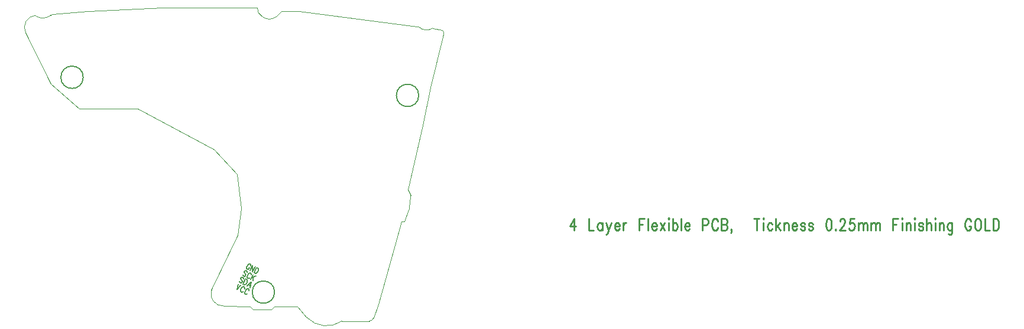
<source format=gbr>
*
*
G04 PADS 9.4.1 Build Number: 494907 generated Gerber (RS-274-X) file*
G04 PC Version=2.1*
*
%IN "MMSP_L_1.pcb"*%
*
%MOIN*%
*
%FSLAX35Y35*%
*
*
*
*
G04 PC Standard Apertures*
*
*
G04 Thermal Relief Aperture macro.*
%AMTER*
1,1,$1,0,0*
1,0,$1-$2,0,0*
21,0,$3,$4,0,0,45*
21,0,$3,$4,0,0,135*
%
*
*
G04 Annular Aperture macro.*
%AMANN*
1,1,$1,0,0*
1,0,$2,0,0*
%
*
*
G04 Odd Aperture macro.*
%AMODD*
1,1,$1,0,0*
1,0,$1-0.005,0,0*
%
*
*
G04 PC Custom Aperture Macros*
*
*
*
*
*
*
G04 PC Aperture Table*
*
%ADD010C,0.001*%
%ADD016C,0.01*%
%ADD018C,0.00787*%
%ADD041C,0.006*%
*
*
*
*
G04 PC Circuitry*
G04 Layer Name MMSP_L_1.pcb - circuitry*
%LPD*%
*
*
G04 PC Custom Flashes*
G04 Layer Name MMSP_L_1.pcb - flashes*
%LPD*%
*
*
G04 PC Circuitry*
G04 Layer Name MMSP_L_1.pcb - circuitry*
%LPD*%
*
G54D10*
G01X1084338Y879416D02*
G75*
G03X1091450Y870727I6795J-1694D01*
G01X1084337Y879411D02*
X1084469Y879661D01*
X1084449Y879640*
X1099338Y910590*
X1101338Y925590*
X1099000Y945000*
X1086000Y959000*
X1043000Y982000*
X1010098*
X994098Y996000*
X979772Y1024917*
X985282Y1034748D02*
G03X979774Y1024913I607J-6800D01*
G01X985288Y1034748D02*
X985335Y1034744D01*
X986024Y1034055*
X986021Y1034056D02*
G03X994094Y1034883I3373J6886D01*
G01X994091Y1034881D02*
X994565Y1035356D01*
X1015000Y1037000*
X1057000Y1039000*
X1110433*
G03X1113187Y1034052I5045J-433*
G01X1113191Y1034049D02*
G03X1121065I3937J4610D01*
G01X1121067Y1034051D02*
X1124016Y1037000D01*
X1134000*
X1200197Y1028298*
X1201353*
G03X1209173Y1027455I4431J4416*
G01X1209174D02*
X1209247Y1027530D01*
X1214758Y1026365*
X1215407Y1024033D02*
G03X1214757Y1026366I-2399J589D01*
G01X1215407Y1024032D02*
X1208068Y994095D01*
X1203663Y972687*
X1195353Y936537*
X1196877Y932972*
X1193429Y918301D02*
G03X1196877Y932946I-27976J14316D01*
G01X1193432Y918307D02*
X1191535D01*
X1188000Y905000*
X1178563Y871588*
X1175919Y863986*
X1173588Y862205D02*
G03X1175920Y863988I-330J2848D01*
G01X1173585Y862205D02*
X1158055D01*
X1138351Y864223D02*
G03X1158054Y862204I11040J10587D01*
G01X1138356Y864218D02*
X1132826Y870374D01*
X1120079*
X1118356Y868651*
X1108071*
X1106275Y870448*
X1091453Y870727*
G54D16*
X1288887Y919948D02*
X1286614Y915573D01*
X1290023*
X1288887Y919948D02*
Y913386D01*
X1297296Y919948D02*
Y913386D01*
X1300023*
X1304796Y917761D02*
Y913386D01*
Y916823D02*
X1304341Y917448D01*
X1303887Y917761*
X1303205*
X1302751Y917448*
X1302296Y916823*
X1302069Y915886*
Y915261*
X1302296Y914323*
X1302751Y913698*
X1303205Y913386*
X1303887*
X1304341Y913698*
X1304796Y914323*
X1307069Y917761D02*
X1308432Y913386D01*
X1309796Y917761D02*
X1308432Y913386D01*
X1307978Y912136*
X1307523Y911511*
X1307069Y911198*
X1306841*
X1311841Y915886D02*
X1314569D01*
Y916511*
X1314341Y917136*
X1314114Y917448*
X1313660Y917761*
X1312978*
X1312523Y917448*
X1312069Y916823*
X1311841Y915886*
Y915261*
X1312069Y914323*
X1312523Y913698*
X1312978Y913386*
X1313660*
X1314114Y913698*
X1314569Y914323*
X1316614Y917761D02*
Y913386D01*
Y915886D02*
X1316841Y916823D01*
X1317296Y917448*
X1317751Y917761*
X1318432*
X1325705Y919948D02*
Y913386D01*
Y919948D02*
X1328660D01*
X1325705Y916823D02*
X1327523D01*
X1330705Y919948D02*
Y913386D01*
X1332751Y915886D02*
X1335478D01*
Y916511*
X1335251Y917136*
X1335023Y917448*
X1334569Y917761*
X1333887*
X1333432Y917448*
X1332978Y916823*
X1332751Y915886*
Y915261*
X1332978Y914323*
X1333432Y913698*
X1333887Y913386*
X1334569*
X1335023Y913698*
X1335478Y914323*
X1337523Y917761D02*
X1340023Y913386D01*
Y917761D02*
X1337523Y913386D01*
X1342069Y919948D02*
X1342296Y919636D01*
X1342523Y919948*
X1342296Y920261*
X1342069Y919948*
X1342296Y917761D02*
Y913386D01*
X1344569Y919948D02*
Y913386D01*
Y916823D02*
X1345023Y917448D01*
X1345478Y917761*
X1346160*
X1346614Y917448*
X1347069Y916823*
X1347296Y915886*
Y915261*
X1347069Y914323*
X1346614Y913698*
X1346160Y913386*
X1345478*
X1345023Y913698*
X1344569Y914323*
X1349341Y919948D02*
Y913386D01*
X1351387Y915886D02*
X1354114D01*
Y916511*
X1353887Y917136*
X1353660Y917448*
X1353205Y917761*
X1352523*
X1352069Y917448*
X1351614Y916823*
X1351387Y915886*
Y915261*
X1351614Y914323*
X1352069Y913698*
X1352523Y913386*
X1353205*
X1353660Y913698*
X1354114Y914323*
X1361387Y919948D02*
Y913386D01*
Y919948D02*
X1363432D01*
X1364114Y919636*
X1364341Y919323*
X1364569Y918698*
Y917761*
X1364341Y917136*
X1364114Y916823*
X1363432Y916511*
X1361387*
X1370023Y918386D02*
X1369796Y919011D01*
X1369341Y919636*
X1368887Y919948*
X1367978*
X1367523Y919636*
X1367069Y919011*
X1366841Y918386*
X1366614Y917448*
Y915886*
X1366841Y914948*
X1367069Y914323*
X1367523Y913698*
X1367978Y913386*
X1368887*
X1369341Y913698*
X1369796Y914323*
X1370023Y914948*
X1372069Y919948D02*
Y913386D01*
Y919948D02*
X1374114D01*
X1374796Y919636*
X1375023Y919323*
X1375251Y918698*
Y918073*
X1375023Y917448*
X1374796Y917136*
X1374114Y916823*
X1372069D02*
X1374114D01*
X1374796Y916511*
X1375023Y916198*
X1375251Y915573*
Y914636*
X1375023Y914011*
X1374796Y913698*
X1374114Y913386*
X1372069*
X1377751Y913698D02*
X1377523Y913386D01*
X1377296Y913698*
X1377523Y914011*
X1377751Y913698*
Y913073*
X1377523Y912448*
X1377296Y912136*
X1391841Y919948D02*
Y913386D01*
X1390251Y919948D02*
X1393432D01*
X1395478D02*
X1395705Y919636D01*
X1395932Y919948*
X1395705Y920261*
X1395478Y919948*
X1395705Y917761D02*
Y913386D01*
X1400705Y916823D02*
X1400251Y917448D01*
X1399796Y917761*
X1399114*
X1398660Y917448*
X1398205Y916823*
X1397978Y915886*
Y915261*
X1398205Y914323*
X1398660Y913698*
X1399114Y913386*
X1399796*
X1400251Y913698*
X1400705Y914323*
X1402751Y919948D02*
Y913386D01*
X1405023Y917761D02*
X1402751Y914636D01*
X1403660Y915886D02*
X1405251Y913386D01*
X1407296Y917761D02*
Y913386D01*
Y916511D02*
X1407978Y917448D01*
X1408432Y917761*
X1409114*
X1409569Y917448*
X1409796Y916511*
Y913386*
X1411841Y915886D02*
X1414569D01*
Y916511*
X1414341Y917136*
X1414114Y917448*
X1413660Y917761*
X1412978*
X1412523Y917448*
X1412069Y916823*
X1411841Y915886*
Y915261*
X1412069Y914323*
X1412523Y913698*
X1412978Y913386*
X1413660*
X1414114Y913698*
X1414569Y914323*
X1419114Y916823D02*
X1418887Y917448D01*
X1418205Y917761*
X1417523*
X1416841Y917448*
X1416614Y916823*
X1416841Y916198*
X1417296Y915886*
X1418432Y915573*
X1418887Y915261*
X1419114Y914636*
Y914323*
X1418887Y913698*
X1418205Y913386*
X1417523*
X1416841Y913698*
X1416614Y914323*
X1423660Y916823D02*
X1423432Y917448D01*
X1422751Y917761*
X1422069*
X1421387Y917448*
X1421160Y916823*
X1421387Y916198*
X1421841Y915886*
X1422978Y915573*
X1423432Y915261*
X1423660Y914636*
Y914323*
X1423432Y913698*
X1422751Y913386*
X1422069*
X1421387Y913698*
X1421160Y914323*
X1432296Y919948D02*
X1431614Y919636D01*
X1431160Y918698*
X1430932Y917136*
Y916198*
X1431160Y914636*
X1431614Y913698*
X1432296Y913386*
X1432751*
X1433432Y913698*
X1433887Y914636*
X1434114Y916198*
Y917136*
X1433887Y918698*
X1433432Y919636*
X1432751Y919948*
X1432296*
X1436387Y914011D02*
X1436160Y913698D01*
X1436387Y913386*
X1436614Y913698*
X1436387Y914011*
X1438887Y918386D02*
Y918698D01*
X1439114Y919323*
X1439341Y919636*
X1439796Y919948*
X1440705*
X1441160Y919636*
X1441387Y919323*
X1441614Y918698*
Y918073*
X1441387Y917448*
X1440932Y916511*
X1438660Y913386*
X1441841*
X1446841Y919948D02*
X1444569D01*
X1444341Y917136*
X1444569Y917448*
X1445251Y917761*
X1445932*
X1446614Y917448*
X1447069Y916823*
X1447296Y915886*
X1447069Y915261*
X1446841Y914323*
X1446387Y913698*
X1445705Y913386*
X1445023*
X1444341Y913698*
X1444114Y914011*
X1443887Y914636*
X1449341Y917761D02*
Y913386D01*
Y916511D02*
X1450023Y917448D01*
X1450478Y917761*
X1451160*
X1451614Y917448*
X1451841Y916511*
Y913386*
Y916511D02*
X1452523Y917448D01*
X1452978Y917761*
X1453660*
X1454114Y917448*
X1454341Y916511*
Y913386*
X1456387Y917761D02*
Y913386D01*
Y916511D02*
X1457069Y917448D01*
X1457523Y917761*
X1458205*
X1458660Y917448*
X1458887Y916511*
Y913386*
Y916511D02*
X1459569Y917448D01*
X1460023Y917761*
X1460705*
X1461160Y917448*
X1461387Y916511*
Y913386*
X1468660Y919948D02*
Y913386D01*
Y919948D02*
X1471614D01*
X1468660Y916823D02*
X1470478D01*
X1473660Y919948D02*
X1473887Y919636D01*
X1474114Y919948*
X1473887Y920261*
X1473660Y919948*
X1473887Y917761D02*
Y913386D01*
X1476160Y917761D02*
Y913386D01*
Y916511D02*
X1476841Y917448D01*
X1477296Y917761*
X1477978*
X1478432Y917448*
X1478660Y916511*
Y913386*
X1480705Y919948D02*
X1480932Y919636D01*
X1481160Y919948*
X1480932Y920261*
X1480705Y919948*
X1480932Y917761D02*
Y913386D01*
X1485705Y916823D02*
X1485478Y917448D01*
X1484796Y917761*
X1484114*
X1483432Y917448*
X1483205Y916823*
X1483432Y916198*
X1483887Y915886*
X1485023Y915573*
X1485478Y915261*
X1485705Y914636*
Y914323*
X1485478Y913698*
X1484796Y913386*
X1484114*
X1483432Y913698*
X1483205Y914323*
X1487751Y919948D02*
Y913386D01*
Y916511D02*
X1488432Y917448D01*
X1488887Y917761*
X1489569*
X1490023Y917448*
X1490251Y916511*
Y913386*
X1492296Y919948D02*
X1492523Y919636D01*
X1492751Y919948*
X1492523Y920261*
X1492296Y919948*
X1492523Y917761D02*
Y913386D01*
X1494796Y917761D02*
Y913386D01*
Y916511D02*
X1495478Y917448D01*
X1495932Y917761*
X1496614*
X1497069Y917448*
X1497296Y916511*
Y913386*
X1502069Y917761D02*
Y912761D01*
X1501841Y911823*
X1501614Y911511*
X1501160Y911198*
X1500478*
X1500023Y911511*
X1502069Y916823D02*
X1501614Y917448D01*
X1501160Y917761*
X1500478*
X1500023Y917448*
X1499569Y916823*
X1499341Y915886*
Y915261*
X1499569Y914323*
X1500023Y913698*
X1500478Y913386*
X1501160*
X1501614Y913698*
X1502069Y914323*
X1512751Y918386D02*
X1512523Y919011D01*
X1512069Y919636*
X1511614Y919948*
X1510705*
X1510251Y919636*
X1509796Y919011*
X1509569Y918386*
X1509341Y917448*
Y915886*
X1509569Y914948*
X1509796Y914323*
X1510251Y913698*
X1510705Y913386*
X1511614*
X1512069Y913698*
X1512523Y914323*
X1512751Y914948*
Y915886*
X1511614D02*
X1512751D01*
X1516160Y919948D02*
X1515705Y919636D01*
X1515251Y919011*
X1515023Y918386*
X1514796Y917448*
Y915886*
X1515023Y914948*
X1515251Y914323*
X1515705Y913698*
X1516160Y913386*
X1517069*
X1517523Y913698*
X1517978Y914323*
X1518205Y914948*
X1518432Y915886*
Y917448*
X1518205Y918386*
X1517978Y919011*
X1517523Y919636*
X1517069Y919948*
X1516160*
X1520478D02*
Y913386D01*
X1523205*
X1525251Y919948D02*
Y913386D01*
Y919948D02*
X1526841D01*
X1527523Y919636*
X1527978Y919011*
X1528205Y918386*
X1528432Y917448*
Y915886*
X1528205Y914948*
X1527978Y914323*
X1527523Y913698*
X1526841Y913386*
X1525251*
G54D18*
X1102640Y886026D02*
X1102577Y886401D01*
X1102346Y886689*
X1101946Y886889*
X1101577Y886902*
X1101239Y886727*
X1101102Y886452*
X1101064Y886127*
X1101095Y885939*
X1101226Y885702*
X1101689Y885126*
X1101820Y884889*
X1101851Y884701*
X1101813Y884376*
X1101607Y883963*
X1101269Y883789*
X1100900Y883801*
X1100500Y884002*
X1100269Y884289*
X1100207Y884665*
X1103746Y885988D02*
X1102300Y883100D01*
X1103746Y885988D02*
X1104446Y885637D01*
X1104677Y885350*
X1104740Y884974*
X1104702Y884649*
X1104595Y884187*
X1104251Y883499*
X1103945Y883137*
X1103707Y882912*
X1103369Y882737*
X1103000Y882750*
X1102300Y883100*
X1106847Y884435D02*
X1104600Y881948D01*
X1106847Y884435D02*
X1106201Y881147D01*
X1105382Y882761D02*
X1106383Y882260D01*
X1104608Y889766D02*
X1104546Y890141D01*
X1104315Y890429*
X1103915Y890629*
X1103546Y890642*
X1103208Y890467*
X1103070Y890192*
X1103033Y889867*
X1103064Y889680*
X1103195Y889442*
X1103657Y888866*
X1103788Y888629*
X1103819Y888441*
X1103782Y888116*
X1103575Y887704*
X1103237Y887529*
X1102869Y887541*
X1102469Y887742*
X1102237Y888029*
X1102175Y888405*
X1106871Y888289D02*
X1106908Y888614D01*
X1106846Y888990*
X1106715Y889227*
X1106315Y889428*
X1106046Y889390*
X1105708Y889215*
X1105470Y888990*
X1105164Y888628*
X1104820Y887940*
X1104713Y887478*
X1104675Y887153*
X1104738Y886777*
X1104869Y886540*
X1105269Y886339*
X1105538Y886377*
X1105875Y886552*
X1106113Y886777*
X1108115Y888526D02*
X1106669Y885638D01*
X1109515Y887825D02*
X1107151Y886601D01*
X1107995Y887038D02*
X1108069Y884937D01*
X1099478Y883203D02*
X1098832Y879914D01*
X1101078Y882401D02*
X1098832Y879914D01*
X1103134Y880512D02*
X1103171Y880837D01*
X1103109Y881212*
X1102978Y881450*
X1102578Y881650*
X1102309Y881613*
X1101971Y881438*
X1101733Y881213*
X1101427Y880851*
X1101083Y880163*
X1100976Y879700*
X1100938Y879375*
X1101001Y879000*
X1101132Y878762*
X1101532Y878562*
X1101801Y878599*
X1102138Y878774*
X1102376Y878999*
X1105534Y879310D02*
X1105572Y879635D01*
X1105509Y880010*
X1105378Y880248*
X1104978Y880448*
X1104709Y880411*
X1104371Y880236*
X1104134Y880011*
X1103827Y879649*
X1103483Y878961*
X1103376Y878498*
X1103338Y878173*
X1103338D02*
X1103401Y877798D01*
X1103532Y877561*
X1103932Y877360*
X1104201Y877398*
X1104539Y877572*
X1104776Y877797*
X1106539Y893378D02*
X1106577Y893703D01*
X1106514Y894078*
X1106383Y894316*
X1105983Y894516*
X1105714Y894479*
X1105377Y894304*
X1105139Y894079*
X1104832Y893717*
X1104488Y893029*
X1104381Y892567*
X1104344Y892242*
X1104406Y891866*
X1104537Y891629*
X1104937Y891428*
X1105206Y891466*
X1105544Y891641*
X1105781Y891865*
X1105988Y892278*
X1105488Y892528D02*
X1105988Y892278D01*
X1107783Y893615D02*
X1106337Y890727D01*
X1107783Y893615D02*
X1107737Y890026D01*
X1109183Y892914D02*
X1107737Y890026D01*
X1110083Y892463D02*
X1108637Y889575D01*
X1110083Y892463D02*
X1110784Y892113D01*
X1111015Y891825*
X1111077Y891450*
X1111039Y891124*
X1110933Y890662*
X1110588Y889974*
X1110282Y889612*
X1110044Y889387*
X1109706Y889212*
X1109337Y889225*
X1108637Y889575*
G54D41*
X1012205Y999803D02*
G03X1012205I-6299J0D01*
G01X1201378Y989567D02*
G03X1201378I-6299J0D01*
G01X1120079Y878543D02*
G03X1120079I-6299J0D01*
G74*
G01X0Y0D02*
M02*

</source>
